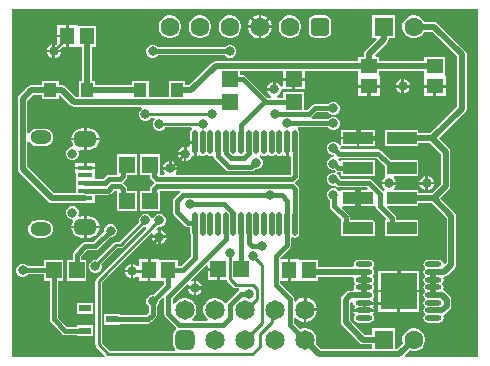
<source format=gbr>
%TF.GenerationSoftware,Altium Limited,Altium Designer,22.2.1 (43)*%
G04 Layer_Physical_Order=2*
G04 Layer_Color=16711680*
%FSLAX43Y43*%
%MOMM*%
%TF.SameCoordinates,22783662-0E91-4B75-9AE6-36AB56575A38*%
%TF.FilePolarity,Positive*%
%TF.FileFunction,Copper,L2,Bot,Signal*%
%TF.Part,Single*%
G01*
G75*
%TA.AperFunction,SMDPad,CuDef*%
%ADD10R,3.100X3.100*%
%ADD11R,1.450X1.300*%
%ADD15R,1.450X1.350*%
%ADD17R,1.300X1.450*%
%ADD18R,1.350X1.450*%
%TA.AperFunction,Conductor*%
%ADD19C,0.381*%
%ADD20C,0.254*%
%TA.AperFunction,ComponentPad*%
%ADD21O,1.800X1.150*%
%ADD22C,0.800*%
%ADD23O,2.000X1.400*%
%ADD24C,1.650*%
G04:AMPARAMS|DCode=25|XSize=1.65mm|YSize=1.65mm|CornerRadius=0.413mm|HoleSize=0mm|Usage=FLASHONLY|Rotation=0.000|XOffset=0mm|YOffset=0mm|HoleType=Round|Shape=RoundedRectangle|*
%AMROUNDEDRECTD25*
21,1,1.650,0.825,0,0,0.0*
21,1,0.825,1.650,0,0,0.0*
1,1,0.825,0.413,-0.413*
1,1,0.825,-0.413,-0.413*
1,1,0.825,-0.413,0.413*
1,1,0.825,0.413,0.413*
%
%ADD25ROUNDEDRECTD25*%
%ADD26R,1.600X1.600*%
%ADD27C,1.600*%
G04:AMPARAMS|DCode=28|XSize=1.6mm|YSize=1.6mm|CornerRadius=0.4mm|HoleSize=0mm|Usage=FLASHONLY|Rotation=180.000|XOffset=0mm|YOffset=0mm|HoleType=Round|Shape=RoundedRectangle|*
%AMROUNDEDRECTD28*
21,1,1.600,0.800,0,0,180.0*
21,1,0.800,1.600,0,0,180.0*
1,1,0.800,-0.400,0.400*
1,1,0.800,0.400,0.400*
1,1,0.800,0.400,-0.400*
1,1,0.800,-0.400,-0.400*
%
%ADD28ROUNDEDRECTD28*%
%TA.AperFunction,ViaPad*%
%ADD29C,0.750*%
%ADD30C,0.800*%
%TA.AperFunction,SMDPad,CuDef*%
%ADD31R,2.500X1.000*%
%ADD32R,1.300X0.450*%
%ADD33R,1.050X0.600*%
%ADD34O,1.400X0.450*%
%ADD35R,1.100X1.200*%
%ADD36O,0.450X2.000*%
%TA.AperFunction,Conductor*%
%ADD37C,0.508*%
G36*
X39745Y255D02*
X33574D01*
X33517Y393D01*
X33973Y850D01*
X34165Y799D01*
X34415D01*
X34657Y864D01*
X34874Y989D01*
X35051Y1166D01*
X35176Y1383D01*
X35241Y1625D01*
Y1875D01*
X35176Y2117D01*
X35051Y2334D01*
X34874Y2511D01*
X34657Y2636D01*
X34415Y2701D01*
X34165D01*
X33923Y2636D01*
X33706Y2511D01*
X33529Y2334D01*
X33404Y2117D01*
X33339Y1875D01*
Y1625D01*
X33390Y1433D01*
X32915Y958D01*
X32701D01*
Y2701D01*
X30799D01*
Y2162D01*
X30171D01*
X28933Y3400D01*
Y4834D01*
X29059Y4952D01*
X29162Y4867D01*
X29195Y4701D01*
X29289Y4561D01*
Y4523D01*
X29195Y4383D01*
X29182Y4317D01*
X30070D01*
X30958D01*
X30945Y4383D01*
X30851Y4523D01*
Y4561D01*
X30945Y4701D01*
X30958Y4767D01*
X30070D01*
Y4967D01*
X30958D01*
X30945Y5033D01*
X30890Y5115D01*
X30816Y5246D01*
X30899Y5370D01*
X30928Y5517D01*
X30899Y5664D01*
X30816Y5788D01*
Y5896D01*
X30899Y6020D01*
X30928Y6167D01*
X30899Y6314D01*
X30816Y6438D01*
Y6546D01*
X30899Y6670D01*
X30928Y6817D01*
X30899Y6964D01*
X30816Y7088D01*
Y7196D01*
X30899Y7320D01*
X30928Y7467D01*
X30899Y7614D01*
X30816Y7738D01*
Y7846D01*
X30899Y7970D01*
X30928Y8117D01*
X30899Y8264D01*
X30816Y8388D01*
X30692Y8471D01*
X30545Y8500D01*
X29595D01*
X29448Y8471D01*
X29324Y8388D01*
X29241Y8264D01*
X29212Y8117D01*
X29229Y8029D01*
X29135Y7879D01*
X26201D01*
Y8496D01*
X24600D01*
Y8545D01*
X23850D01*
Y7620D01*
Y6695D01*
X24600D01*
Y6744D01*
X26201D01*
Y7055D01*
X29135D01*
X29229Y6905D01*
X29212Y6817D01*
X29241Y6670D01*
X29324Y6546D01*
Y6438D01*
X29241Y6314D01*
X29212Y6167D01*
X29233Y6058D01*
X29149Y5908D01*
X28889D01*
X28731Y5877D01*
X28597Y5788D01*
X28229Y5419D01*
X28140Y5285D01*
X28108Y5128D01*
Y3230D01*
X28140Y3072D01*
X28229Y2938D01*
X29708Y1458D01*
X29842Y1369D01*
X30000Y1338D01*
X30799D01*
Y958D01*
X26455D01*
X26000Y1413D01*
X26056Y1622D01*
Y1878D01*
X25989Y2127D01*
X25861Y2349D01*
X25679Y2531D01*
X25457Y2659D01*
X25208Y2726D01*
X24952D01*
X24703Y2659D01*
X24677Y2644D01*
X24158Y3164D01*
Y3551D01*
X24308Y3613D01*
X24451Y3470D01*
X24684Y3335D01*
X24945Y3265D01*
X24980D01*
Y4290D01*
Y5315D01*
X24945D01*
X24684Y5245D01*
X24451Y5110D01*
X24308Y4967D01*
X24158Y5029D01*
Y5170D01*
X24158Y5170D01*
X24131Y5303D01*
X24056Y5416D01*
X24056Y5416D01*
X22944Y6528D01*
Y6695D01*
X23650D01*
Y7620D01*
Y8545D01*
X23052D01*
X22990Y8695D01*
X23821Y9526D01*
X23821Y9526D01*
X23896Y9638D01*
X23923Y9771D01*
X23923Y9771D01*
Y10344D01*
X24073Y10425D01*
X24078Y10421D01*
X24225Y10392D01*
X24372Y10421D01*
X24496Y10504D01*
X24579Y10628D01*
X24608Y10775D01*
Y12325D01*
X24579Y12472D01*
X24573Y12482D01*
Y14496D01*
X24546Y14629D01*
X24471Y14742D01*
X24272Y14940D01*
X24258Y15035D01*
X24272Y15129D01*
X24471Y15328D01*
X24546Y15440D01*
X24573Y15573D01*
Y17518D01*
X24579Y17528D01*
X24608Y17675D01*
Y19225D01*
X24579Y19372D01*
X24496Y19496D01*
X24474Y19691D01*
X24496Y19718D01*
X27058D01*
X27177Y19599D01*
X27380Y19515D01*
X27599D01*
X27802Y19599D01*
X27957Y19754D01*
X28040Y19956D01*
Y20176D01*
X27957Y20378D01*
X27802Y20533D01*
X27599Y20617D01*
X27380D01*
X27177Y20533D01*
X27058Y20414D01*
X25663D01*
X25618Y20564D01*
X25646Y20582D01*
X26052Y20988D01*
X27058D01*
X27177Y20869D01*
X27380Y20785D01*
X27599D01*
X27802Y20869D01*
X27957Y21024D01*
X28040Y21226D01*
Y21446D01*
X27957Y21648D01*
X27802Y21803D01*
X27599Y21887D01*
X27380D01*
X27177Y21803D01*
X27058Y21684D01*
X25908D01*
X25908Y21684D01*
X25775Y21657D01*
X25662Y21582D01*
X25256Y21176D01*
X25006D01*
Y22711D01*
X23254D01*
Y22233D01*
X22775D01*
X22746Y22383D01*
X22838Y22421D01*
X23007Y22590D01*
X23099Y22810D01*
Y22855D01*
X23205Y22960D01*
X23249Y22960D01*
X24030D01*
Y23735D01*
X23205D01*
Y23184D01*
X23055Y23154D01*
X23007Y23270D01*
X22838Y23438D01*
X22618Y23530D01*
X22599D01*
Y22930D01*
X22499D01*
Y22830D01*
X21899D01*
Y22810D01*
X21990Y22590D01*
X22159Y22421D01*
X22252Y22383D01*
X22222Y22233D01*
X21878D01*
X21871Y22243D01*
X21871Y22243D01*
X20049Y24064D01*
X19936Y24140D01*
X19803Y24166D01*
X19606D01*
Y24502D01*
X23205D01*
Y23935D01*
X24130D01*
X25055D01*
Y24480D01*
X29604D01*
Y24092D01*
X29555D01*
Y23342D01*
X31405D01*
Y24092D01*
X31356D01*
Y24480D01*
X35192D01*
Y24092D01*
X35143D01*
Y23342D01*
X36993D01*
Y24092D01*
X36944D01*
Y25693D01*
X35192D01*
Y25304D01*
X31356D01*
Y25693D01*
X31060D01*
X30998Y25843D01*
X32042Y26886D01*
X32131Y27020D01*
X32162Y27178D01*
Y27299D01*
X32701D01*
Y29201D01*
X30799D01*
Y27299D01*
X31092D01*
X31149Y27160D01*
X30188Y26200D01*
X30099Y26066D01*
X30068Y25908D01*
Y25693D01*
X29604D01*
Y25304D01*
X25133D01*
X25022Y25326D01*
X17530D01*
X17372Y25295D01*
X17238Y25206D01*
X15305Y23272D01*
X14951D01*
Y23611D01*
X13549D01*
Y22268D01*
X11851D01*
Y23611D01*
X10449D01*
Y23272D01*
X7331D01*
Y23611D01*
X7042D01*
Y26556D01*
X7431D01*
Y28308D01*
X5830D01*
Y28357D01*
X5080D01*
Y27432D01*
X4980D01*
D01*
X5080D01*
Y26507D01*
X5830D01*
Y26556D01*
X6218D01*
Y23611D01*
X5929D01*
Y22334D01*
X5884Y22297D01*
X5692D01*
X4838Y23152D01*
X4704Y23241D01*
X4546Y23272D01*
X4231D01*
Y23611D01*
X2829D01*
Y23272D01*
X1905D01*
X1747Y23241D01*
X1613Y23152D01*
X890Y22428D01*
X801Y22295D01*
X770Y22137D01*
Y16203D01*
X801Y16045D01*
X890Y15911D01*
X3372Y13429D01*
X3506Y13340D01*
X3664Y13309D01*
X6395D01*
X6500Y13288D01*
X6658Y13319D01*
X6665Y13324D01*
X7301D01*
Y14012D01*
X8394D01*
X8527Y14038D01*
X8640Y14114D01*
X8898Y14372D01*
X9199D01*
Y12624D01*
X10851D01*
Y14376D01*
X10034D01*
Y14496D01*
X10008Y14629D01*
X9932Y14742D01*
X9732Y14942D01*
X9717Y15028D01*
X9731Y15131D01*
X9928Y15328D01*
X10003Y15440D01*
X10029Y15573D01*
Y15697D01*
X10843D01*
Y17449D01*
X9191D01*
Y15698D01*
X8493D01*
X8360Y15671D01*
X8247Y15596D01*
X8247Y15596D01*
X7989Y15338D01*
X7301D01*
Y15875D01*
X7350D01*
Y16200D01*
X6500D01*
X5650D01*
Y15875D01*
X5699D01*
Y15274D01*
Y14133D01*
X3834D01*
X1594Y16373D01*
Y18471D01*
X1730Y18506D01*
X1744Y18505D01*
X1857Y18357D01*
X2009Y18241D01*
X2185Y18168D01*
X2375Y18143D01*
X3025D01*
X3215Y18168D01*
X3391Y18241D01*
X3543Y18357D01*
X3659Y18509D01*
X3732Y18685D01*
X3757Y18875D01*
X3732Y19065D01*
X3659Y19241D01*
X3543Y19393D01*
X3391Y19509D01*
X3215Y19582D01*
X3025Y19607D01*
X2375D01*
X2185Y19582D01*
X2009Y19509D01*
X1857Y19393D01*
X1744Y19245D01*
X1730Y19244D01*
X1594Y19279D01*
Y21966D01*
X2076Y22448D01*
X2829D01*
Y22109D01*
X4231D01*
Y22434D01*
X4381Y22442D01*
X5229Y21593D01*
X5363Y21504D01*
X5521Y21473D01*
X5767D01*
X5913Y21444D01*
X11244D01*
X11273Y21294D01*
X11267Y21291D01*
X11112Y21136D01*
X11028Y20934D01*
Y20714D01*
X11112Y20512D01*
X11267Y20357D01*
X11469Y20273D01*
X11689D01*
X11891Y20357D01*
X12046Y20512D01*
X12058Y20541D01*
X12315D01*
X12377Y20391D01*
X12298Y20312D01*
X12214Y20110D01*
Y19890D01*
X12298Y19688D01*
X12453Y19533D01*
X12655Y19449D01*
X12874D01*
X13077Y19533D01*
X13232Y19688D01*
X13244Y19717D01*
X15477D01*
X15522Y19567D01*
X15469Y19531D01*
X15375Y19391D01*
X15342Y19225D01*
Y18550D01*
X15775D01*
Y18450D01*
X15875D01*
Y17262D01*
X15941Y17275D01*
X16023Y17330D01*
X16154Y17404D01*
X16278Y17321D01*
X16425Y17292D01*
X16572Y17321D01*
X16696Y17404D01*
X16804D01*
X16928Y17321D01*
X17075Y17292D01*
X17222Y17321D01*
X17227Y17325D01*
X17316Y17294D01*
X17382Y17248D01*
X17404Y17139D01*
X17479Y17026D01*
X18383Y16123D01*
X18495Y16047D01*
X18628Y16021D01*
X20523D01*
X20656Y16047D01*
X20769Y16123D01*
X20836Y16189D01*
X20846Y16185D01*
X21066D01*
X21268Y16269D01*
X21423Y16424D01*
X21507Y16626D01*
Y16846D01*
X21423Y17048D01*
X21268Y17203D01*
X21307Y17349D01*
X21338Y17385D01*
X21369Y17394D01*
X21478Y17321D01*
X21625Y17292D01*
X21772Y17321D01*
X21896Y17404D01*
X22004D01*
X22128Y17321D01*
X22275Y17292D01*
X22422Y17321D01*
X22546Y17404D01*
X22654D01*
X22778Y17321D01*
X22925Y17292D01*
X23072Y17321D01*
X23196Y17404D01*
X23327Y17330D01*
X23409Y17275D01*
X23475Y17262D01*
Y18450D01*
X23675D01*
Y17262D01*
X23727Y17272D01*
X23765Y17267D01*
X23877Y17207D01*
Y15717D01*
X23858Y15698D01*
X18585D01*
X18585Y15698D01*
X14197D01*
X14134Y15848D01*
X14199Y15912D01*
X14290Y16133D01*
Y16152D01*
X13090D01*
Y16133D01*
X13182Y15912D01*
X13246Y15848D01*
X13184Y15698D01*
X12793D01*
Y17449D01*
X11141D01*
Y15697D01*
X11963D01*
Y15577D01*
X11989Y15444D01*
X12065Y15331D01*
X12266Y15129D01*
X12281Y15035D01*
X12266Y14940D01*
X12068Y14742D01*
X11992Y14629D01*
X11966Y14496D01*
Y14376D01*
X11149D01*
Y12624D01*
X12801D01*
Y14372D01*
X14446D01*
X14475Y14331D01*
X14503Y14222D01*
X14004Y13723D01*
X13929Y13610D01*
X13902Y13477D01*
Y12565D01*
X13929Y12432D01*
X14004Y12320D01*
X14956Y11368D01*
X15069Y11293D01*
X15202Y11266D01*
X15392D01*
Y10775D01*
X15421Y10628D01*
X15427Y10618D01*
Y8792D01*
X14603Y7968D01*
X14326D01*
Y8496D01*
X12725D01*
Y8545D01*
X11975D01*
Y7620D01*
Y6695D01*
X12725D01*
Y6744D01*
X13177D01*
Y6466D01*
X12251Y5540D01*
X12082D01*
X11880Y5456D01*
X11725Y5301D01*
X11641Y5098D01*
Y4879D01*
X11725Y4677D01*
X11844Y4557D01*
Y4002D01*
X11645Y3803D01*
X9446D01*
Y3906D01*
X8094D01*
Y3004D01*
X9446D01*
Y3107D01*
X11789D01*
X11922Y3134D01*
X12035Y3209D01*
X12438Y3612D01*
X12513Y3725D01*
X12540Y3858D01*
Y4557D01*
X12659Y4677D01*
X12743Y4879D01*
Y5048D01*
X13027Y5333D01*
X13177Y5270D01*
Y3900D01*
X13204Y3767D01*
X13279Y3654D01*
X14151Y2782D01*
X14159Y2769D01*
X14149Y2601D01*
X14101Y2569D01*
X13977Y2382D01*
X13933Y2162D01*
Y1337D01*
X13977Y1118D01*
X14087Y952D01*
X14063Y868D01*
X14024Y802D01*
X8569D01*
X7903Y1468D01*
Y6590D01*
X12076Y10763D01*
X12203Y10678D01*
X12165Y10586D01*
Y10567D01*
X12665D01*
Y11067D01*
X12645D01*
X12554Y11029D01*
X12469Y11156D01*
X12626Y11313D01*
X12655Y11301D01*
X12874D01*
X13077Y11385D01*
X13232Y11540D01*
X13316Y11742D01*
Y11961D01*
X13232Y12164D01*
X13077Y12319D01*
X12874Y12403D01*
X12655D01*
X12453Y12319D01*
X12298Y12164D01*
X12253Y12056D01*
X12091D01*
X12046Y12164D01*
X11891Y12319D01*
X11689Y12403D01*
X11469D01*
X11267Y12319D01*
X11112Y12164D01*
X11028Y11961D01*
Y11742D01*
X11040Y11713D01*
X9381Y10054D01*
X9106D01*
X9106Y10054D01*
X8997Y10033D01*
X8906Y9971D01*
X8906Y9971D01*
X7427Y8493D01*
X7223D01*
X7020Y8409D01*
X6865Y8254D01*
X6781Y8051D01*
Y7832D01*
X6865Y7629D01*
X7020Y7475D01*
X7223Y7391D01*
X7442D01*
X7644Y7475D01*
X7799Y7629D01*
X7883Y7832D01*
Y8051D01*
X7855Y8120D01*
X9223Y9488D01*
X9499D01*
X9499Y9488D01*
X9607Y9510D01*
X9699Y9571D01*
X11440Y11313D01*
X11469Y11301D01*
X11602D01*
X11664Y11151D01*
X7420Y6907D01*
X7359Y6815D01*
X7337Y6707D01*
X7337Y6707D01*
Y1351D01*
X7337Y1351D01*
X7359Y1243D01*
X7420Y1151D01*
X8166Y405D01*
X8104Y255D01*
X255D01*
Y29745D01*
X39745D01*
Y255D01*
D02*
G37*
G36*
X16850Y8019D02*
Y7800D01*
X17725D01*
Y7700D01*
X17825D01*
Y6775D01*
X18457D01*
X18462Y6752D01*
X18523Y6660D01*
X19017Y6166D01*
X19017Y6166D01*
X19109Y6105D01*
X19217Y6083D01*
X19509D01*
X19530Y6019D01*
X19534Y5933D01*
X19442Y5872D01*
X19442Y5872D01*
X18484Y4914D01*
X18439Y4846D01*
X18293Y4834D01*
X18269Y4841D01*
X18241Y4889D01*
X18059Y5071D01*
X17837Y5199D01*
X17588Y5266D01*
X17332D01*
X17083Y5199D01*
X16861Y5071D01*
X16679Y4889D01*
X16551Y4667D01*
X16484Y4418D01*
Y4162D01*
X16551Y3913D01*
X16679Y3691D01*
X16852Y3518D01*
X16849Y3479D01*
X16806Y3368D01*
X15574D01*
X15531Y3479D01*
X15528Y3518D01*
X15701Y3691D01*
X15829Y3913D01*
X15896Y4162D01*
Y4418D01*
X15829Y4667D01*
X15701Y4889D01*
X15519Y5071D01*
X15297Y5199D01*
X15048Y5266D01*
X14792D01*
X14543Y5199D01*
X14321Y5071D01*
X14139Y4889D01*
X14095Y4812D01*
X13900Y4775D01*
X13873Y4797D01*
Y5238D01*
X15126Y6491D01*
X15253Y6406D01*
X15198Y6273D01*
Y6253D01*
X15698D01*
Y6753D01*
X15679D01*
X15545Y6698D01*
X15460Y6825D01*
X16711Y8076D01*
X16850Y8019D01*
D02*
G37*
%LPC*%
G36*
X21402Y29250D02*
X21370D01*
Y28350D01*
X22270D01*
Y28382D01*
X22202Y28636D01*
X22070Y28864D01*
X21884Y29050D01*
X21656Y29182D01*
X21402Y29250D01*
D02*
G37*
G36*
X21170D02*
X21138D01*
X20884Y29182D01*
X20656Y29050D01*
X20470Y28864D01*
X20338Y28636D01*
X20270Y28382D01*
Y28350D01*
X21170D01*
Y29250D01*
D02*
G37*
G36*
X4880Y28357D02*
X4130D01*
Y27532D01*
X4880D01*
Y28357D01*
D02*
G37*
G36*
X23935Y29201D02*
X23685D01*
X23443Y29136D01*
X23226Y29011D01*
X23049Y28834D01*
X22924Y28617D01*
X22859Y28375D01*
Y28125D01*
X22924Y27883D01*
X23049Y27666D01*
X23226Y27489D01*
X23443Y27364D01*
X23685Y27299D01*
X23935D01*
X24177Y27364D01*
X24394Y27489D01*
X24571Y27666D01*
X24696Y27883D01*
X24761Y28125D01*
Y28375D01*
X24696Y28617D01*
X24571Y28834D01*
X24394Y29011D01*
X24177Y29136D01*
X23935Y29201D01*
D02*
G37*
G36*
X18855D02*
X18605D01*
X18363Y29136D01*
X18146Y29011D01*
X17969Y28834D01*
X17844Y28617D01*
X17779Y28375D01*
Y28125D01*
X17844Y27883D01*
X17969Y27666D01*
X18146Y27489D01*
X18363Y27364D01*
X18605Y27299D01*
X18855D01*
X19097Y27364D01*
X19314Y27489D01*
X19491Y27666D01*
X19616Y27883D01*
X19681Y28125D01*
Y28375D01*
X19616Y28617D01*
X19491Y28834D01*
X19314Y29011D01*
X19097Y29136D01*
X18855Y29201D01*
D02*
G37*
G36*
X16315D02*
X16065D01*
X15823Y29136D01*
X15606Y29011D01*
X15429Y28834D01*
X15304Y28617D01*
X15239Y28375D01*
Y28125D01*
X15304Y27883D01*
X15429Y27666D01*
X15606Y27489D01*
X15823Y27364D01*
X16065Y27299D01*
X16315D01*
X16557Y27364D01*
X16774Y27489D01*
X16951Y27666D01*
X17076Y27883D01*
X17141Y28125D01*
Y28375D01*
X17076Y28617D01*
X16951Y28834D01*
X16774Y29011D01*
X16557Y29136D01*
X16315Y29201D01*
D02*
G37*
G36*
X13775D02*
X13525D01*
X13283Y29136D01*
X13066Y29011D01*
X12889Y28834D01*
X12764Y28617D01*
X12699Y28375D01*
Y28125D01*
X12764Y27883D01*
X12889Y27666D01*
X13066Y27489D01*
X13283Y27364D01*
X13525Y27299D01*
X13775D01*
X14017Y27364D01*
X14234Y27489D01*
X14411Y27666D01*
X14536Y27883D01*
X14601Y28125D01*
Y28375D01*
X14536Y28617D01*
X14411Y28834D01*
X14234Y29011D01*
X14017Y29136D01*
X13775Y29201D01*
D02*
G37*
G36*
X26750Y29212D02*
X25950D01*
X25735Y29169D01*
X25553Y29047D01*
X25431Y28865D01*
X25388Y28650D01*
Y27850D01*
X25431Y27635D01*
X25553Y27453D01*
X25735Y27331D01*
X25950Y27288D01*
X26750D01*
X26965Y27331D01*
X27147Y27453D01*
X27269Y27635D01*
X27312Y27850D01*
Y28650D01*
X27269Y28865D01*
X27147Y29047D01*
X26965Y29169D01*
X26750Y29212D01*
D02*
G37*
G36*
X22270Y28150D02*
X21370D01*
Y27250D01*
X21402D01*
X21656Y27318D01*
X21884Y27450D01*
X22070Y27636D01*
X22202Y27864D01*
X22270Y28118D01*
Y28150D01*
D02*
G37*
G36*
X21170D02*
X20270D01*
Y28118D01*
X20338Y27864D01*
X20470Y27636D01*
X20656Y27450D01*
X20884Y27318D01*
X21138Y27250D01*
X21170D01*
Y28150D01*
D02*
G37*
G36*
X4880Y27332D02*
X4130D01*
Y26814D01*
X4005Y26731D01*
X3929Y26762D01*
X3910D01*
Y26262D01*
X4410D01*
Y26281D01*
X4379Y26357D01*
X4479Y26507D01*
X4880D01*
Y27332D01*
D02*
G37*
G36*
X18840Y26713D02*
X18620D01*
X18418Y26629D01*
X18298Y26510D01*
X12624D01*
X12504Y26629D01*
X12302Y26713D01*
X12082D01*
X11880Y26629D01*
X11725Y26474D01*
X11641Y26272D01*
Y26052D01*
X11725Y25850D01*
X11880Y25695D01*
X12082Y25611D01*
X12302D01*
X12504Y25695D01*
X12624Y25814D01*
X18298D01*
X18418Y25695D01*
X18620Y25611D01*
X18840D01*
X19042Y25695D01*
X19197Y25850D01*
X19281Y26052D01*
Y26272D01*
X19197Y26474D01*
X19042Y26629D01*
X18840Y26713D01*
D02*
G37*
G36*
X3710Y26762D02*
X3691D01*
X3470Y26671D01*
X3301Y26502D01*
X3210Y26281D01*
Y26262D01*
X3710D01*
Y26762D01*
D02*
G37*
G36*
X4410Y26062D02*
X3910D01*
Y25562D01*
X3929D01*
X4150Y25653D01*
X4319Y25822D01*
X4410Y26043D01*
Y26062D01*
D02*
G37*
G36*
X3710D02*
X3210D01*
Y26043D01*
X3301Y25822D01*
X3470Y25653D01*
X3691Y25562D01*
X3710D01*
Y26062D01*
D02*
G37*
G36*
X33478Y23844D02*
X33458D01*
Y23344D01*
X33958D01*
Y23363D01*
X33867Y23584D01*
X33698Y23752D01*
X33478Y23844D01*
D02*
G37*
G36*
X33258D02*
X33239D01*
X33018Y23752D01*
X32850Y23584D01*
X32758Y23363D01*
Y23344D01*
X33258D01*
Y23844D01*
D02*
G37*
G36*
X22399Y23530D02*
X22379D01*
X22159Y23438D01*
X21990Y23270D01*
X21899Y23049D01*
Y23030D01*
X22399D01*
Y23530D01*
D02*
G37*
G36*
X25055Y23735D02*
X24230D01*
Y22960D01*
X25055D01*
Y23735D01*
D02*
G37*
G36*
X33958Y23144D02*
X33458D01*
Y22644D01*
X33478D01*
X33698Y22735D01*
X33867Y22904D01*
X33958Y23124D01*
Y23144D01*
D02*
G37*
G36*
X33258D02*
X32758D01*
Y23124D01*
X32850Y22904D01*
X33018Y22735D01*
X33239Y22644D01*
X33258D01*
Y23144D01*
D02*
G37*
G36*
X36993Y23142D02*
X36168D01*
Y22392D01*
X36993D01*
Y23142D01*
D02*
G37*
G36*
X35968D02*
X35143D01*
Y22392D01*
X35968D01*
Y23142D01*
D02*
G37*
G36*
X31405D02*
X30580D01*
Y22392D01*
X31405D01*
Y23142D01*
D02*
G37*
G36*
X30380D02*
X29555D01*
Y22392D01*
X30380D01*
Y23142D01*
D02*
G37*
G36*
X34415Y29201D02*
X34165D01*
X33923Y29136D01*
X33706Y29011D01*
X33529Y28834D01*
X33404Y28617D01*
X33339Y28375D01*
Y28125D01*
X33404Y27883D01*
X33529Y27666D01*
X33706Y27489D01*
X33923Y27364D01*
X34165Y27299D01*
X34415D01*
X34657Y27364D01*
X34874Y27489D01*
X35051Y27666D01*
X35150Y27838D01*
X35841D01*
X37942Y25737D01*
Y21474D01*
X35690Y19222D01*
X34681D01*
Y19461D01*
X31879D01*
Y18159D01*
X34681D01*
Y18398D01*
X35690D01*
X36585Y17503D01*
Y14924D01*
X35803Y14142D01*
X34681D01*
Y14381D01*
X32672D01*
X32610Y14531D01*
X32729Y14651D01*
X32820Y14871D01*
Y14891D01*
X31621D01*
Y14871D01*
X31712Y14651D01*
X31845Y14517D01*
X31866Y14433D01*
X31837Y14383D01*
X31697Y14365D01*
X31659Y14374D01*
X30787Y15246D01*
X30675Y15321D01*
X30542Y15348D01*
X28096D01*
X28040Y15403D01*
Y15445D01*
X27957Y15647D01*
X27802Y15802D01*
X27793Y15806D01*
X27787Y15809D01*
X27830Y15953D01*
X27859Y15947D01*
X27906Y15937D01*
X28179D01*
Y15619D01*
X30981D01*
Y16921D01*
X28179D01*
Y16817D01*
X28029Y16787D01*
X27957Y16962D01*
X27910Y17008D01*
X27938Y17096D01*
X27978Y17152D01*
X31156D01*
X31879Y16430D01*
Y15661D01*
X31879Y15619D01*
X31859Y15477D01*
X31712Y15330D01*
X31621Y15110D01*
Y15090D01*
X32820D01*
Y15110D01*
X32729Y15330D01*
X32591Y15469D01*
X32630Y15609D01*
X32637Y15619D01*
X34681D01*
Y16921D01*
X32371D01*
X31546Y17746D01*
X31433Y17821D01*
X31300Y17848D01*
X28099D01*
X28040Y17906D01*
Y17992D01*
X28135Y18099D01*
X28162Y18106D01*
X28304Y18110D01*
X29480D01*
Y18710D01*
X28130D01*
Y18251D01*
X28129Y18251D01*
Y18251D01*
X28101Y18245D01*
X27964Y18261D01*
X27957Y18278D01*
X27802Y18433D01*
X27599Y18516D01*
X27380D01*
X27177Y18433D01*
X27022Y18278D01*
X26938Y18075D01*
Y17856D01*
X27022Y17653D01*
X27177Y17498D01*
X27380Y17414D01*
X27494D01*
X27541Y17351D01*
X27465Y17201D01*
X27380D01*
X27177Y17117D01*
X27022Y16962D01*
X26938Y16760D01*
Y16540D01*
X27022Y16338D01*
X27177Y16183D01*
X27380Y16099D01*
X27599D01*
X27600Y16099D01*
X27660Y16039D01*
X27700Y16013D01*
X27725Y15996D01*
X27654Y15864D01*
X27647Y15866D01*
X27599Y15886D01*
X27380D01*
X27177Y15802D01*
X27022Y15647D01*
X26938Y15445D01*
Y15225D01*
X27022Y15023D01*
X27177Y14868D01*
X27380Y14784D01*
X27599D01*
X27654Y14807D01*
X27706Y14754D01*
X27819Y14679D01*
X27952Y14652D01*
X27952Y14652D01*
X30369D01*
X30428Y14578D01*
X30362Y14430D01*
X29680D01*
Y13730D01*
Y13030D01*
X31030D01*
X31105Y12911D01*
X31180Y12798D01*
X31987Y11991D01*
X31925Y11841D01*
X31879D01*
Y10539D01*
X34681D01*
Y11841D01*
X32779D01*
Y12038D01*
X32779Y12038D01*
X32753Y12171D01*
X32677Y12284D01*
X32677Y12284D01*
X32021Y12940D01*
X32078Y13079D01*
X34681D01*
Y13318D01*
X35803D01*
X37074Y12047D01*
Y8275D01*
X36970Y8172D01*
X36808Y8221D01*
X36799Y8264D01*
X36716Y8388D01*
X36592Y8471D01*
X36445Y8500D01*
X35495D01*
X35348Y8471D01*
X35224Y8388D01*
X35141Y8264D01*
X35112Y8117D01*
X35141Y7970D01*
X35224Y7846D01*
Y7738D01*
X35141Y7614D01*
X35112Y7467D01*
X35141Y7320D01*
X35224Y7196D01*
Y7088D01*
X35141Y6964D01*
X35112Y6817D01*
X35141Y6670D01*
X35224Y6546D01*
Y6438D01*
X35141Y6314D01*
X35112Y6167D01*
X35141Y6020D01*
X35224Y5896D01*
Y5788D01*
X35141Y5664D01*
X35112Y5517D01*
X35141Y5370D01*
X35224Y5246D01*
Y5138D01*
X35141Y5014D01*
X35112Y4867D01*
X35141Y4720D01*
X35224Y4596D01*
Y4488D01*
X35141Y4364D01*
X35112Y4217D01*
X35141Y4070D01*
X35224Y3946D01*
Y3838D01*
X35141Y3714D01*
X35112Y3567D01*
X35141Y3420D01*
X35224Y3296D01*
X35348Y3213D01*
X35495Y3184D01*
X36445D01*
X36592Y3213D01*
X36716Y3296D01*
X36799Y3420D01*
X36828Y3567D01*
X36799Y3714D01*
X36797Y3717D01*
X36842Y3826D01*
X36877Y3867D01*
X36997Y3946D01*
X37366Y4315D01*
X37455Y4449D01*
X37486Y4606D01*
Y5128D01*
X37455Y5285D01*
X37366Y5419D01*
X36997Y5788D01*
X36877Y5867D01*
X36842Y5908D01*
X36797Y6017D01*
X36799Y6020D01*
X36828Y6167D01*
X36799Y6314D01*
X36716Y6438D01*
Y6546D01*
X36799Y6670D01*
X36828Y6817D01*
X36807Y6926D01*
X36845Y7018D01*
X36901Y7082D01*
X37028Y7107D01*
X37162Y7196D01*
X37778Y7813D01*
X37867Y7947D01*
X37899Y8104D01*
Y12218D01*
X37867Y12376D01*
X37778Y12509D01*
X36557Y13730D01*
X37289Y14461D01*
X37378Y14595D01*
X37409Y14753D01*
X37409Y14753D01*
Y17674D01*
X37378Y17832D01*
X37289Y17965D01*
X36444Y18810D01*
X38646Y21012D01*
X38735Y21145D01*
X38766Y21303D01*
Y25908D01*
X38735Y26066D01*
X38646Y26200D01*
X36304Y28542D01*
X36170Y28631D01*
X36012Y28662D01*
X35150D01*
X35051Y28834D01*
X34874Y29011D01*
X34657Y29136D01*
X34415Y29201D01*
D02*
G37*
G36*
X31030Y19510D02*
X29680D01*
Y18910D01*
X31030D01*
Y19510D01*
D02*
G37*
G36*
X29480D02*
X28130D01*
Y18910D01*
X29480D01*
Y19510D01*
D02*
G37*
G36*
X6800Y19633D02*
X6600D01*
Y18825D01*
X7695D01*
X7677Y18960D01*
X7586Y19179D01*
X7442Y19367D01*
X7254Y19511D01*
X7035Y19602D01*
X6800Y19633D01*
D02*
G37*
G36*
X6400D02*
X6200D01*
X5965Y19602D01*
X5746Y19511D01*
X5558Y19367D01*
X5414Y19179D01*
X5323Y18960D01*
X5305Y18825D01*
X6400D01*
Y19633D01*
D02*
G37*
G36*
X31030Y18710D02*
X29680D01*
Y18110D01*
X31030D01*
Y18710D01*
D02*
G37*
G36*
X15675Y18350D02*
X15342D01*
Y18123D01*
X15192Y18037D01*
X15039Y18100D01*
X15020D01*
Y17500D01*
Y16900D01*
X15039D01*
X15260Y16991D01*
X15429Y17160D01*
X15460Y17235D01*
X15603Y17279D01*
X15609Y17275D01*
X15675Y17262D01*
Y18350D01*
D02*
G37*
G36*
X7695Y18625D02*
X6600D01*
Y17817D01*
X6800D01*
X7035Y17848D01*
X7254Y17939D01*
X7442Y18083D01*
X7586Y18271D01*
X7677Y18490D01*
X7695Y18625D01*
D02*
G37*
G36*
X6400D02*
X5305D01*
X5323Y18490D01*
X5414Y18271D01*
X5468Y18201D01*
X5394Y18051D01*
X5290D01*
X5088Y17967D01*
X4933Y17812D01*
X4849Y17610D01*
Y17390D01*
X4933Y17188D01*
X5088Y17033D01*
X5290Y16949D01*
X5510D01*
X5712Y17033D01*
X5867Y17188D01*
X5951Y17390D01*
Y17610D01*
X5910Y17710D01*
X5923Y17744D01*
X6017Y17841D01*
X6200Y17817D01*
X6400D01*
Y18625D01*
D02*
G37*
G36*
X14820Y18100D02*
X14801D01*
X14580Y18009D01*
X14411Y17840D01*
X14320Y17619D01*
Y17600D01*
X14820D01*
Y18100D01*
D02*
G37*
G36*
Y17400D02*
X14320D01*
Y17381D01*
X14411Y17160D01*
X14580Y16991D01*
X14801Y16900D01*
X14820D01*
Y17400D01*
D02*
G37*
G36*
X7350Y16725D02*
X6600D01*
Y16400D01*
X7350D01*
Y16725D01*
D02*
G37*
G36*
X6400D02*
X5650D01*
Y16400D01*
X6400D01*
Y16725D01*
D02*
G37*
G36*
X13810Y16852D02*
X13790D01*
Y16352D01*
X14290D01*
Y16372D01*
X14199Y16592D01*
X14030Y16761D01*
X13810Y16852D01*
D02*
G37*
G36*
X13590D02*
X13571D01*
X13351Y16761D01*
X13182Y16592D01*
X13090Y16372D01*
Y16352D01*
X13590D01*
Y16852D01*
D02*
G37*
G36*
X35504Y15590D02*
X35484D01*
Y15090D01*
X35984D01*
Y15110D01*
X35893Y15330D01*
X35724Y15499D01*
X35504Y15590D01*
D02*
G37*
G36*
X35284D02*
X35265D01*
X35045Y15499D01*
X34876Y15330D01*
X34784Y15110D01*
Y15090D01*
X35284D01*
Y15590D01*
D02*
G37*
G36*
X35984Y14891D02*
X35484D01*
Y14391D01*
X35504D01*
X35724Y14482D01*
X35893Y14651D01*
X35984Y14871D01*
Y14891D01*
D02*
G37*
G36*
X35284D02*
X34784D01*
Y14871D01*
X34876Y14651D01*
X35045Y14482D01*
X35265Y14391D01*
X35284D01*
Y14891D01*
D02*
G37*
G36*
X27599Y14571D02*
X27380D01*
X27177Y14487D01*
X27022Y14332D01*
X26938Y14130D01*
Y13910D01*
X27022Y13708D01*
X27177Y13553D01*
X27222Y13534D01*
Y13069D01*
X27249Y12936D01*
X27324Y12823D01*
X28173Y11974D01*
Y11500D01*
X28179Y11469D01*
Y10539D01*
X30981D01*
Y11841D01*
X28868D01*
Y12118D01*
X28842Y12251D01*
X28766Y12363D01*
X28250Y12880D01*
X28312Y13030D01*
X29480D01*
Y13730D01*
Y14430D01*
X28130D01*
Y14305D01*
X27980Y14276D01*
X27957Y14332D01*
X27802Y14487D01*
X27599Y14571D01*
D02*
G37*
G36*
X6800Y12183D02*
X6600D01*
Y11375D01*
X7695D01*
X7677Y11510D01*
X7586Y11729D01*
X7442Y11917D01*
X7254Y12061D01*
X7035Y12152D01*
X6800Y12183D01*
D02*
G37*
G36*
X5510Y13051D02*
X5290D01*
X5088Y12967D01*
X4933Y12812D01*
X4849Y12610D01*
Y12390D01*
X4933Y12188D01*
X5088Y12033D01*
X5290Y11949D01*
X5394D01*
X5468Y11799D01*
X5414Y11729D01*
X5323Y11510D01*
X5305Y11375D01*
X6400D01*
Y12183D01*
X6200D01*
X6017Y12159D01*
X5923Y12256D01*
X5910Y12290D01*
X5951Y12390D01*
Y12610D01*
X5867Y12812D01*
X5712Y12967D01*
X5510Y13051D01*
D02*
G37*
G36*
X12884Y11067D02*
X12865D01*
Y10567D01*
X13365D01*
Y10586D01*
X13273Y10807D01*
X13105Y10975D01*
X12884Y11067D01*
D02*
G37*
G36*
X3025Y11857D02*
X2375D01*
X2185Y11832D01*
X2009Y11759D01*
X1857Y11643D01*
X1741Y11491D01*
X1668Y11315D01*
X1643Y11125D01*
X1668Y10935D01*
X1741Y10759D01*
X1857Y10607D01*
X2009Y10491D01*
X2185Y10418D01*
X2375Y10393D01*
X3025D01*
X3215Y10418D01*
X3391Y10491D01*
X3543Y10607D01*
X3659Y10759D01*
X3732Y10935D01*
X3757Y11125D01*
X3732Y11315D01*
X3659Y11491D01*
X3543Y11643D01*
X3391Y11759D01*
X3215Y11832D01*
X3025Y11857D01*
D02*
G37*
G36*
X7695Y11175D02*
X6600D01*
Y10367D01*
X6800D01*
X7035Y10398D01*
X7254Y10489D01*
X7442Y10633D01*
X7586Y10821D01*
X7677Y11040D01*
X7695Y11175D01*
D02*
G37*
G36*
X6400D02*
X5305D01*
X5323Y11040D01*
X5414Y10821D01*
X5558Y10633D01*
X5746Y10489D01*
X5965Y10398D01*
X6200Y10367D01*
X6400D01*
Y11175D01*
D02*
G37*
G36*
X13365Y10367D02*
X12865D01*
Y9867D01*
X12884D01*
X13105Y9958D01*
X13273Y10127D01*
X13365Y10347D01*
Y10367D01*
D02*
G37*
G36*
X12665D02*
X12165D01*
Y10347D01*
X12256Y10127D01*
X12425Y9958D01*
X12645Y9867D01*
X12665D01*
Y10367D01*
D02*
G37*
G36*
X4636Y8496D02*
X2984D01*
Y7968D01*
X1614D01*
X1494Y8087D01*
X1291Y8171D01*
X1072D01*
X870Y8087D01*
X715Y7932D01*
X631Y7730D01*
Y7510D01*
X715Y7308D01*
X870Y7153D01*
X1072Y7069D01*
X1291D01*
X1494Y7153D01*
X1614Y7272D01*
X2984D01*
Y6744D01*
X3462D01*
Y3455D01*
X3489Y3322D01*
X3564Y3209D01*
X4514Y2259D01*
X4514Y2259D01*
X4627Y2184D01*
X4760Y2157D01*
X5794D01*
Y2054D01*
X7146D01*
Y2956D01*
X5794D01*
Y2853D01*
X4904D01*
X4158Y3599D01*
Y6744D01*
X4636D01*
Y8496D01*
D02*
G37*
G36*
X11775Y8545D02*
X11025D01*
Y8013D01*
X10875Y7951D01*
X10782Y8044D01*
X10562Y8135D01*
X10542D01*
Y7535D01*
Y6935D01*
X10562D01*
X10782Y7026D01*
X10875Y7119D01*
X11025Y7057D01*
Y6695D01*
X11775D01*
Y7620D01*
Y8545D01*
D02*
G37*
G36*
X10342Y8135D02*
X10323D01*
X10103Y8044D01*
X9934Y7875D01*
X9842Y7654D01*
Y7635D01*
X10342D01*
Y8135D01*
D02*
G37*
G36*
Y7435D02*
X9842D01*
Y7416D01*
X9934Y7195D01*
X10103Y7026D01*
X10323Y6935D01*
X10342D01*
Y7435D01*
D02*
G37*
G36*
X8746Y11513D02*
X8526D01*
X8324Y11429D01*
X8169Y11274D01*
X8085Y11072D01*
Y10903D01*
X7182Y10000D01*
X6468D01*
X6335Y9973D01*
X6222Y9898D01*
X5514Y9190D01*
X5439Y9077D01*
X5412Y8944D01*
Y8496D01*
X4934D01*
Y6744D01*
X6586D01*
Y8496D01*
X6108D01*
Y8800D01*
X6612Y9304D01*
X7326D01*
X7459Y9331D01*
X7571Y9406D01*
X8577Y10411D01*
X8746D01*
X8948Y10495D01*
X9103Y10650D01*
X9187Y10853D01*
Y11072D01*
X9103Y11274D01*
X8948Y11429D01*
X8746Y11513D01*
D02*
G37*
G36*
X34770Y7592D02*
X33120D01*
Y5942D01*
X34770D01*
Y7592D01*
D02*
G37*
G36*
X32920D02*
X31270D01*
Y5942D01*
X32920D01*
Y7592D01*
D02*
G37*
G36*
X25215Y5315D02*
X25180D01*
Y4390D01*
X26105D01*
Y4425D01*
X26035Y4686D01*
X25900Y4919D01*
X25709Y5110D01*
X25476Y5245D01*
X25215Y5315D01*
D02*
G37*
G36*
X34770Y5742D02*
X33120D01*
Y4092D01*
X34770D01*
Y5742D01*
D02*
G37*
G36*
X32920D02*
X31270D01*
Y4092D01*
X32920D01*
Y5742D01*
D02*
G37*
G36*
X7146Y4856D02*
X5794D01*
Y3954D01*
X7146D01*
Y4856D01*
D02*
G37*
G36*
X26105Y4190D02*
X25180D01*
Y3265D01*
X25215D01*
X25476Y3335D01*
X25709Y3470D01*
X25900Y3661D01*
X26035Y3894D01*
X26105Y4155D01*
Y4190D01*
D02*
G37*
G36*
X30958Y4117D02*
X30070D01*
X29182D01*
X29195Y4051D01*
X29250Y3969D01*
X29324Y3838D01*
X29241Y3714D01*
X29212Y3567D01*
X29241Y3420D01*
X29324Y3296D01*
X29448Y3213D01*
X29595Y3184D01*
X30545D01*
X30692Y3213D01*
X30816Y3296D01*
X30899Y3420D01*
X30928Y3567D01*
X30899Y3714D01*
X30816Y3838D01*
X30890Y3969D01*
X30945Y4051D01*
X30958Y4117D01*
D02*
G37*
G36*
X17625Y7600D02*
X16850D01*
Y6775D01*
X17625D01*
Y7600D01*
D02*
G37*
G36*
X15917Y6753D02*
X15898D01*
Y6253D01*
X16398D01*
Y6273D01*
X16307Y6493D01*
X16138Y6662D01*
X15917Y6753D01*
D02*
G37*
G36*
X16398Y6053D02*
X15898D01*
Y5553D01*
X15917D01*
X16138Y5645D01*
X16307Y5813D01*
X16398Y6034D01*
Y6053D01*
D02*
G37*
G36*
X15698D02*
X15198D01*
Y6034D01*
X15289Y5813D01*
X15458Y5645D01*
X15679Y5553D01*
X15698D01*
Y6053D01*
D02*
G37*
%LPD*%
D10*
X33020Y5842D02*
D03*
D11*
X36068Y23242D02*
D03*
Y24892D02*
D03*
X30480Y23242D02*
D03*
Y24892D02*
D03*
D15*
X24130Y23835D02*
D03*
Y21885D02*
D03*
X18730Y21885D02*
D03*
Y23835D02*
D03*
D17*
X4980Y27432D02*
D03*
X6630D02*
D03*
X23750Y7620D02*
D03*
X25400D02*
D03*
X11875D02*
D03*
X13525D02*
D03*
D18*
X3810D02*
D03*
X5760D02*
D03*
X10025Y13500D02*
D03*
X11975D02*
D03*
X17725Y7700D02*
D03*
X19675D02*
D03*
X10017Y16573D02*
D03*
X11967D02*
D03*
D19*
X12310Y15577D02*
Y16230D01*
X24002Y15350D02*
X24225Y15573D01*
X12537Y15350D02*
X18585D01*
X12314Y13839D02*
Y14496D01*
X18585Y15350D02*
X24002D01*
X24225Y15573D02*
Y18450D01*
X12310Y15577D02*
X12537Y15350D01*
Y14719D02*
X18323D01*
X12314Y14496D02*
X12537Y14719D01*
X18323Y14719D02*
X24002D01*
X18323Y14719D02*
X18323Y14719D01*
X18585Y15350D02*
X18585Y15350D01*
X24225Y11550D02*
Y14496D01*
X24002Y14719D02*
X24225Y14496D01*
X11967Y16573D02*
X12310Y16230D01*
X31400Y18810D02*
X31411Y18821D01*
X29580Y18810D02*
X31400D01*
X27955Y17500D02*
X31300D01*
X27489Y17965D02*
X27955Y17500D01*
X31300D02*
X32221Y16580D01*
X29580Y18810D02*
Y20403D01*
X27601Y15350D02*
X27952Y15000D01*
X30542D01*
X27489Y15350D02*
X27601D01*
X30542Y15000D02*
X31426Y14116D01*
X27570Y13069D02*
Y14036D01*
X13525Y5382D02*
X18375Y10232D01*
X13525Y3900D02*
Y5382D01*
Y6322D02*
Y7620D01*
X12192Y3858D02*
Y4989D01*
X18375Y10232D02*
Y11550D01*
X12192Y4989D02*
X13525Y6322D01*
Y3900D02*
X14405Y3020D01*
X18140D01*
X18730Y3610D01*
Y4668D01*
X19688Y5626D01*
X20325D01*
X13525Y7620D02*
X14747D01*
X15775Y8649D02*
Y11582D01*
X14747Y7620D02*
X15775Y8649D01*
X1182Y7620D02*
X3810D01*
X14777Y14004D02*
X22054D01*
X14250Y13477D02*
X14777Y14004D01*
X14250Y12565D02*
Y13477D01*
X11975Y13500D02*
X12314Y13839D01*
X11789Y3455D02*
X12192Y3858D01*
X8770Y3455D02*
X11789D01*
X15385Y13263D02*
X18236D01*
X15743Y11614D02*
X15775Y11582D01*
X15202Y11614D02*
X15743D01*
X14250Y12565D02*
X15202Y11614D01*
X22596Y6384D02*
X23810Y5170D01*
X22054Y14004D02*
X22096Y13962D01*
X18236Y13263D02*
X19012Y12488D01*
X22596Y6384D02*
Y8792D01*
X22096Y13962D02*
X23106D01*
X20891Y16736D02*
X20956D01*
X20523Y16369D02*
X20891Y16736D01*
X18628Y16369D02*
X20523D01*
X17725Y17272D02*
X18628Y16369D01*
X23810Y3020D02*
X25080Y1750D01*
X23810Y3020D02*
Y5170D01*
X6468Y9652D02*
X7326D01*
X8636Y10962D01*
X23575Y11550D02*
Y13493D01*
Y9771D02*
Y11550D01*
X20325Y9906D02*
X20577Y9654D01*
X21421D01*
X20325Y9906D02*
Y11550D01*
X5760Y8944D02*
X6468Y9652D01*
X5760Y7620D02*
Y8944D01*
X19675Y7700D02*
Y11550D01*
X23106Y13962D02*
X23575Y13493D01*
X22596Y8792D02*
X23575Y9771D01*
X22540Y20828D02*
X25400D01*
X25908Y21336D02*
X27217D01*
X25400Y20828D02*
X25908Y21336D01*
X23575Y20066D02*
X27489D01*
X21631Y21885D02*
X24130D01*
X21625Y21879D02*
X21631Y21885D01*
X32741Y11190D02*
X33280D01*
X32432Y11500D02*
X32741Y11190D01*
X31426Y13044D02*
Y14116D01*
X32432Y11500D02*
Y12038D01*
X31426Y13044D02*
X32432Y12038D01*
X28521Y11500D02*
X28830Y11190D01*
X28521Y11500D02*
Y12118D01*
X27570Y13069D02*
X28521Y12118D01*
X28830Y11190D02*
X29580D01*
X12192Y26162D02*
X18730D01*
X21625Y21879D02*
Y21997D01*
X19803Y23819D02*
X21625Y21997D01*
X19688Y19942D02*
X21625Y21879D01*
X18746Y23819D02*
X19803D01*
X18730Y23835D02*
X18746Y23819D01*
X19688Y18463D02*
Y19942D01*
X19675Y18450D02*
X19688Y18463D01*
X20312Y18437D02*
X20325Y18450D01*
X20312Y17512D02*
Y18437D01*
X19909Y17110D02*
X20312Y17512D01*
X18791Y17110D02*
X19909D01*
X18388Y17512D02*
Y18437D01*
X18375Y18450D02*
X18388Y18437D01*
Y17512D02*
X18791Y17110D01*
X17725Y17272D02*
Y18450D01*
X19012Y11563D02*
Y12488D01*
Y11563D02*
X19025Y11550D01*
X27489Y16625D02*
X27566D01*
X27906Y16285D01*
X32221Y16580D02*
Y16580D01*
Y16580D02*
X32530Y16270D01*
X33280D01*
X27906Y16285D02*
X29565D01*
X29580Y16270D01*
X3810Y3455D02*
Y7620D01*
Y3455D02*
X4760Y2505D01*
X6470D01*
X9686Y13839D02*
X10025Y13500D01*
X9686Y13839D02*
Y14496D01*
X9463Y14719D02*
X9686Y14496D01*
X8754Y14719D02*
X9463D01*
X8394Y14359D02*
X8754Y14719D01*
X8493Y15350D02*
X9459D01*
X8133Y14991D02*
X8493Y15350D01*
X9459D02*
X9682Y15573D01*
Y16237D01*
X10017Y16573D01*
X6500Y14350D02*
X6510Y14359D01*
X8394D01*
X6500Y15000D02*
X6510Y14991D01*
X8133D01*
D20*
X31995Y4867D02*
X32020Y4842D01*
X30070Y4867D02*
X31995D01*
X30070Y4217D02*
Y4867D01*
X30480Y23242D02*
X36068D01*
X33020Y6842D02*
Y7766D01*
Y6080D02*
Y6842D01*
X17725Y6579D02*
Y7700D01*
X17299Y6153D02*
X17725Y6579D01*
X15798Y6153D02*
X17299D01*
X11875Y9577D02*
X12765Y10467D01*
X11875Y7620D02*
Y9577D01*
X32221Y14991D02*
X35384D01*
X35384Y14991D01*
X9106Y9771D02*
X9499D01*
X7332Y7998D02*
X9106Y9771D01*
X9499D02*
X11579Y11852D01*
X7332Y7942D02*
Y7998D01*
X11790Y7535D02*
X11875Y7620D01*
X10442Y7535D02*
X11790D01*
X7620Y1351D02*
Y6707D01*
X12765Y11852D01*
X22499Y22930D02*
X22504Y22935D01*
Y23521D02*
X22817Y23835D01*
X22504Y22935D02*
Y23521D01*
X22817Y23835D02*
X24130D01*
X27313D01*
X3810Y26162D02*
Y26187D01*
X4980Y27357D01*
Y27432D01*
X33041Y27182D02*
X33710Y26513D01*
X33041Y27182D02*
Y29164D01*
X32727Y29478D02*
X33041Y29164D01*
X22498Y29478D02*
X32727D01*
X21270Y28250D02*
X22498Y29478D01*
X33710Y26513D02*
X36640D01*
X37486Y25666D01*
Y23710D02*
Y25666D01*
X37202Y23426D02*
X37486Y23710D01*
X37053Y23242D02*
X37202Y23391D01*
Y23426D01*
X36068Y23242D02*
X37053D01*
X14920Y17491D02*
Y17500D01*
X13690Y16261D02*
X14920Y17491D01*
X13690Y16252D02*
Y16261D01*
X14920Y17500D02*
Y18155D01*
X15215Y18450D01*
X12765Y20000D02*
X16425D01*
X15215Y18450D02*
X15775D01*
X27906Y23242D02*
X30480D01*
X27313Y23835D02*
X27906Y23242D01*
X4980Y27432D02*
Y28753D01*
X5691Y29463D01*
X20057D01*
X21270Y28250D01*
X22475Y15848D02*
X23575Y16948D01*
X15775Y16468D02*
X16395Y15848D01*
X22475D01*
X15775Y16468D02*
Y18450D01*
X23575Y16948D02*
Y18450D01*
X23750Y6636D02*
X24210Y6176D01*
X24620D01*
X25080Y5716D01*
X23750Y6636D02*
Y7620D01*
X25080Y4290D02*
Y5716D01*
X31426Y9360D02*
X33020Y7766D01*
X30620Y12292D02*
X31426Y11486D01*
Y9360D02*
Y11486D01*
X30067Y12292D02*
X30620D01*
X29580Y12779D02*
X30067Y12292D01*
X30480Y21303D02*
Y23242D01*
X29580Y20403D02*
X30480Y21303D01*
X6500Y16300D02*
Y18725D01*
X7620Y1351D02*
X8452Y520D01*
X20644D01*
X21279Y1155D02*
Y2232D01*
X20644Y520D02*
X21279Y1155D01*
X22316Y3268D02*
Y4066D01*
X21279Y2232D02*
X22316Y3268D01*
Y4066D02*
X22540Y4290D01*
X21438Y3188D02*
Y8104D01*
X20688Y8854D02*
X21438Y8104D01*
X20000Y1750D02*
X21438Y3188D01*
X20688Y8854D02*
Y8859D01*
X20000Y4290D02*
X20101D01*
X21002Y5191D01*
Y6053D01*
X20689Y6366D02*
X21002Y6053D01*
X19217Y6366D02*
X20689D01*
X18723Y6860D02*
X19217Y6366D01*
X11579Y20824D02*
X17224D01*
X18723Y9062D02*
X18742Y9081D01*
X18723Y6860D02*
Y9062D01*
D21*
X2700Y18875D02*
D03*
Y11125D02*
D03*
D22*
X5400Y17500D02*
D03*
Y12500D02*
D03*
D23*
X6500Y18725D02*
D03*
Y11275D02*
D03*
D24*
X17460Y4290D02*
D03*
Y1750D02*
D03*
X14920Y4290D02*
D03*
X20000Y1750D02*
D03*
Y4290D02*
D03*
X22540Y1750D02*
D03*
X25080D02*
D03*
X22540Y4290D02*
D03*
X25080D02*
D03*
D25*
X14920Y1750D02*
D03*
D26*
X31750D02*
D03*
Y28250D02*
D03*
D27*
X34290Y1750D02*
D03*
Y28250D02*
D03*
X18730D02*
D03*
X23810D02*
D03*
X21270D02*
D03*
X16190D02*
D03*
X13650D02*
D03*
D28*
X26350D02*
D03*
D29*
X34020Y4842D02*
D03*
X33020D02*
D03*
X32020D02*
D03*
X34020Y5842D02*
D03*
Y6842D02*
D03*
X33020Y5842D02*
D03*
Y6842D02*
D03*
X32020Y5842D02*
D03*
Y6842D02*
D03*
D30*
X33358Y23244D02*
D03*
X27489Y14020D02*
D03*
X15798Y6153D02*
D03*
X35384Y14991D02*
D03*
X32221Y14991D02*
D03*
X12765Y10467D02*
D03*
X7332Y7942D02*
D03*
X10442Y7535D02*
D03*
X12765Y11852D02*
D03*
X11579D02*
D03*
X22499Y22930D02*
D03*
X3810Y26162D02*
D03*
X1182Y7620D02*
D03*
X13690Y16252D02*
D03*
X14920Y17500D02*
D03*
X12765Y20000D02*
D03*
X12192Y4989D02*
D03*
X15385Y13263D02*
D03*
X20956Y16736D02*
D03*
X27489Y17965D02*
D03*
X20325Y5626D02*
D03*
X21421Y9654D02*
D03*
X11579Y20824D02*
D03*
X8636Y10962D02*
D03*
X16425Y20000D02*
D03*
X17224Y20824D02*
D03*
X20688Y8859D02*
D03*
X18742Y9081D02*
D03*
X22096Y13962D02*
D03*
X27489Y20066D02*
D03*
Y21336D02*
D03*
X23575Y20066D02*
D03*
X22540Y20828D02*
D03*
X12192Y26162D02*
D03*
X18730D02*
D03*
X27489Y15335D02*
D03*
Y16650D02*
D03*
D31*
X29580Y18810D02*
D03*
Y16270D02*
D03*
X33280Y18810D02*
D03*
Y16270D02*
D03*
Y11190D02*
D03*
X29580D02*
D03*
X33280Y13730D02*
D03*
X29580D02*
D03*
D32*
X6500Y16300D02*
D03*
Y15650D02*
D03*
Y14350D02*
D03*
Y15000D02*
D03*
Y13700D02*
D03*
D33*
X8770Y3455D02*
D03*
X6470Y4405D02*
D03*
Y2505D02*
D03*
D34*
X35970Y4217D02*
D03*
Y3567D02*
D03*
Y5517D02*
D03*
Y4867D02*
D03*
Y6167D02*
D03*
Y6817D02*
D03*
Y7467D02*
D03*
Y8117D02*
D03*
X30070Y4217D02*
D03*
Y3567D02*
D03*
Y4867D02*
D03*
Y5517D02*
D03*
Y6167D02*
D03*
Y6817D02*
D03*
Y7467D02*
D03*
Y8117D02*
D03*
D35*
X3530Y22860D02*
D03*
X6630D02*
D03*
X14250D02*
D03*
X11150D02*
D03*
D36*
X24225Y11550D02*
D03*
X23575D02*
D03*
X22925D02*
D03*
X22275D02*
D03*
X21625D02*
D03*
X20975D02*
D03*
X20325D02*
D03*
X19675D02*
D03*
X19025D02*
D03*
X18375D02*
D03*
X17725D02*
D03*
X17075D02*
D03*
X16425D02*
D03*
X15775D02*
D03*
X24225Y18450D02*
D03*
X23575D02*
D03*
X22925D02*
D03*
X22275D02*
D03*
X21625D02*
D03*
X20975D02*
D03*
X20325D02*
D03*
X19675D02*
D03*
X19025D02*
D03*
X18375D02*
D03*
X17725D02*
D03*
X17075D02*
D03*
X16425D02*
D03*
X15775D02*
D03*
D37*
X35974Y13730D02*
X36997Y14753D01*
X35861Y18810D02*
X36997Y17674D01*
Y14753D02*
Y17674D01*
X28521Y5128D02*
X28889Y5496D01*
X28521Y3230D02*
Y5128D01*
Y3230D02*
X30000Y1750D01*
X28889Y5496D02*
X30049D01*
X30000Y1750D02*
X31750D01*
X30049Y5496D02*
X30070Y5517D01*
Y6817D02*
Y7467D01*
Y6167D02*
Y6817D01*
Y5517D02*
Y6167D01*
X25400Y7620D02*
X25553Y7467D01*
X30070D01*
X35970Y4217D02*
X35991Y4238D01*
X36706D01*
X37074Y4606D01*
X36706Y5496D02*
X37074Y5128D01*
Y4606D02*
Y5128D01*
X35991Y5496D02*
X36706D01*
X35970Y5517D02*
X35991Y5496D01*
Y7488D02*
X36870D01*
X37486Y8104D01*
X35970Y7467D02*
X35991Y7488D01*
X35974Y13730D02*
X37486Y12218D01*
Y8104D02*
Y12218D01*
X35970Y6817D02*
Y7467D01*
Y6167D02*
Y6817D01*
Y5517D02*
Y6167D01*
X29588Y13738D02*
Y14406D01*
X29580Y13730D02*
X29588Y13738D01*
X29580Y12779D02*
Y13730D01*
X33280D02*
X35974D01*
X33280Y18810D02*
X35861D01*
X38354Y21303D01*
X1182Y16203D02*
Y22137D01*
X1905Y22860D01*
X1182Y16203D02*
X3664Y13721D01*
X3530Y22860D02*
X4546D01*
X5521Y21885D02*
X5884D01*
X5913Y21856D01*
X14967D01*
X4546Y22860D02*
X5521Y21885D01*
X1905Y22860D02*
X3530D01*
X14996Y21885D02*
X18730D01*
X14967Y21856D02*
X14996Y21885D01*
X30480Y25908D02*
X31750Y27178D01*
X30480Y24892D02*
Y25908D01*
X31750Y27178D02*
Y28250D01*
X34290D02*
X36012D01*
X38354Y25908D01*
X25080Y1750D02*
X26284Y546D01*
X33086D01*
X34290Y1750D01*
X38354Y21303D02*
Y25908D01*
X30480Y24892D02*
X36068D01*
X25044D02*
X30480D01*
X15476Y22860D02*
X17530Y24914D01*
X25022D01*
X25044Y24892D01*
X14250Y22860D02*
X15476D01*
X6630D02*
X11150D01*
X6630D02*
Y27432D01*
X3664Y13721D02*
X6479D01*
X6500Y13700D01*
%TF.MD5,13ccf9646e29412938a235cf6ecf19da*%
M02*

</source>
